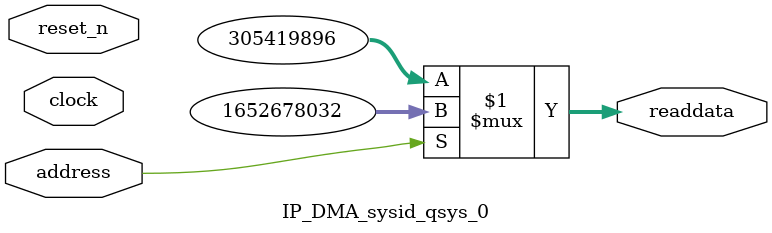
<source format=v>



// synthesis translate_off
`timescale 1ns / 1ps
// synthesis translate_on

// turn off superfluous verilog processor warnings 
// altera message_level Level1 
// altera message_off 10034 10035 10036 10037 10230 10240 10030 

module IP_DMA_sysid_qsys_0 (
               // inputs:
                address,
                clock,
                reset_n,

               // outputs:
                readdata
             )
;

  output  [ 31: 0] readdata;
  input            address;
  input            clock;
  input            reset_n;

  wire    [ 31: 0] readdata;
  //control_slave, which is an e_avalon_slave
  assign readdata = address ? 1652678032 : 305419896;

endmodule



</source>
